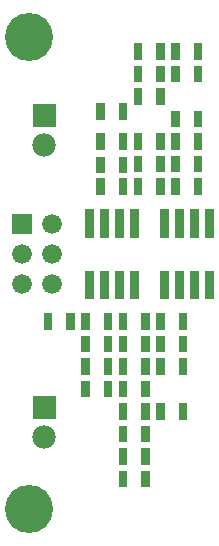
<source format=gbr>
G04 start of page 6 for group -4063 idx -4063 *
G04 Title: (unknown), componentmask *
G04 Creator: pcb 4.2.2 *
G04 CreationDate: Sat Aug  8 01:25:40 2020 UTC *
G04 For: harold *
G04 Format: Gerber/RS-274X *
G04 PCB-Dimensions (mil): 6000.00 5000.00 *
G04 PCB-Coordinate-Origin: lower left *
%MOIN*%
%FSLAX25Y25*%
%LNTOPMASK*%
%ADD44C,0.1600*%
%ADD43C,0.0780*%
%ADD42C,0.0660*%
%ADD41C,0.0001*%
G54D41*G36*
X123600Y352562D02*Y344762D01*
X131400D01*
Y352562D01*
X123600D01*
G37*
G36*
X116700Y315800D02*Y309200D01*
X123300D01*
Y315800D01*
X116700D01*
G37*
G54D42*X130000Y312500D03*
X120000Y302500D03*
X130000D03*
X120000Y292500D03*
X130000D03*
G54D43*X127500Y338819D03*
G54D41*G36*
X123600Y255219D02*Y247419D01*
X131400D01*
Y255219D01*
X123600D01*
G37*
G54D43*X127500Y241476D03*
G54D44*X122500Y375000D03*
Y217520D03*
G54D41*G36*
X144000Y297000D02*X141000D01*
Y287500D01*
X144000D01*
Y297000D01*
G37*
G36*
X149000D02*X146000D01*
Y287500D01*
X149000D01*
Y297000D01*
G37*
G36*
X154000D02*X151000D01*
Y287500D01*
X154000D01*
Y297000D01*
G37*
G36*
X159000D02*X156000D01*
Y287500D01*
X159000D01*
Y297000D01*
G37*
G36*
X169000D02*X166000D01*
Y287500D01*
X169000D01*
Y297000D01*
G37*
G36*
X174000D02*X171000D01*
Y287500D01*
X174000D01*
Y297000D01*
G37*
G36*
X179000D02*X176000D01*
Y287500D01*
X179000D01*
Y297000D01*
G37*
G36*
X184000D02*X181000D01*
Y287500D01*
X184000D01*
Y297000D01*
G37*
G36*
Y317500D02*X181000D01*
Y308000D01*
X184000D01*
Y317500D01*
G37*
G36*
X179000D02*X176000D01*
Y308000D01*
X179000D01*
Y317500D01*
G37*
G36*
X174000D02*X171000D01*
Y308000D01*
X174000D01*
Y317500D01*
G37*
G36*
X169000D02*X166000D01*
Y308000D01*
X169000D01*
Y317500D01*
G37*
G36*
X159000D02*X156000D01*
Y308000D01*
X159000D01*
Y317500D01*
G37*
G36*
X154000D02*X151000D01*
Y308000D01*
X154000D01*
Y317500D01*
G37*
G36*
X149000D02*X146000D01*
Y308000D01*
X149000D01*
Y317500D01*
G37*
G36*
X144000D02*X141000D01*
Y308000D01*
X144000D01*
Y317500D01*
G37*
G36*
X155123Y335007D02*X152363D01*
Y329493D01*
X155123D01*
Y335007D01*
G37*
G36*
Y342757D02*X152363D01*
Y337243D01*
X155123D01*
Y342757D01*
G37*
G36*
Y327757D02*X152363D01*
Y322243D01*
X155123D01*
Y327757D01*
G37*
G36*
X160137Y335257D02*X157377D01*
Y329743D01*
X160137D01*
Y335257D01*
G37*
G36*
Y342757D02*X157377D01*
Y337243D01*
X160137D01*
Y342757D01*
G37*
G36*
X147637Y335007D02*X144877D01*
Y329493D01*
X147637D01*
Y335007D01*
G37*
G36*
Y327757D02*X144877D01*
Y322243D01*
X147637D01*
Y327757D01*
G37*
G36*
Y342757D02*X144877D01*
Y337243D01*
X147637D01*
Y342757D01*
G37*
G36*
X167623Y335257D02*X164863D01*
Y329743D01*
X167623D01*
Y335257D01*
G37*
G36*
X160137Y327757D02*X157377D01*
Y322243D01*
X160137D01*
Y327757D01*
G37*
G36*
X167623D02*X164863D01*
Y322243D01*
X167623D01*
Y327757D01*
G37*
G36*
Y342757D02*X164863D01*
Y337243D01*
X167623D01*
Y342757D01*
G37*
G36*
X147637Y352757D02*X144877D01*
Y347243D01*
X147637D01*
Y352757D01*
G37*
G36*
X155123D02*X152363D01*
Y347243D01*
X155123D01*
Y352757D01*
G37*
G36*
X142637Y260257D02*X139877D01*
Y254743D01*
X142637D01*
Y260257D01*
G37*
G36*
Y275257D02*X139877D01*
Y269743D01*
X142637D01*
Y275257D01*
G37*
G36*
Y267757D02*X139877D01*
Y262243D01*
X142637D01*
Y267757D01*
G37*
G36*
Y282757D02*X139877D01*
Y277243D01*
X142637D01*
Y282757D01*
G37*
G36*
X130137D02*X127377D01*
Y277243D01*
X130137D01*
Y282757D01*
G37*
G36*
X137623D02*X134863D01*
Y277243D01*
X137623D01*
Y282757D01*
G37*
G36*
X150123Y260257D02*X147363D01*
Y254743D01*
X150123D01*
Y260257D01*
G37*
G36*
Y275257D02*X147363D01*
Y269743D01*
X150123D01*
Y275257D01*
G37*
G36*
Y267757D02*X147363D01*
Y262243D01*
X150123D01*
Y267757D01*
G37*
G36*
Y282757D02*X147363D01*
Y277243D01*
X150123D01*
Y282757D01*
G37*
G36*
X155137Y275257D02*X152377D01*
Y269743D01*
X155137D01*
Y275257D01*
G37*
G36*
Y282757D02*X152377D01*
Y277243D01*
X155137D01*
Y282757D01*
G37*
G36*
Y267757D02*X152377D01*
Y262243D01*
X155137D01*
Y267757D01*
G37*
G36*
Y260257D02*X152377D01*
Y254743D01*
X155137D01*
Y260257D01*
G37*
G36*
X172637Y372757D02*X169877D01*
Y367243D01*
X172637D01*
Y372757D01*
G37*
G36*
X180123D02*X177363D01*
Y367243D01*
X180123D01*
Y372757D01*
G37*
G36*
X167623Y357757D02*X164863D01*
Y352243D01*
X167623D01*
Y357757D01*
G37*
G36*
X160137D02*X157377D01*
Y352243D01*
X160137D01*
Y357757D01*
G37*
G36*
X167623Y365257D02*X164863D01*
Y359743D01*
X167623D01*
Y365257D01*
G37*
G36*
X160137D02*X157377D01*
Y359743D01*
X160137D01*
Y365257D01*
G37*
G36*
Y372757D02*X157377D01*
Y367243D01*
X160137D01*
Y372757D01*
G37*
G36*
X167623D02*X164863D01*
Y367243D01*
X167623D01*
Y372757D01*
G37*
G36*
X180123Y335257D02*X177363D01*
Y329743D01*
X180123D01*
Y335257D01*
G37*
G36*
X172637D02*X169877D01*
Y329743D01*
X172637D01*
Y335257D01*
G37*
G36*
Y342757D02*X169877D01*
Y337243D01*
X172637D01*
Y342757D01*
G37*
G36*
X180123D02*X177363D01*
Y337243D01*
X180123D01*
Y342757D01*
G37*
G36*
Y350257D02*X177363D01*
Y344743D01*
X180123D01*
Y350257D01*
G37*
G36*
Y365257D02*X177363D01*
Y359743D01*
X180123D01*
Y365257D01*
G37*
G36*
X172637Y350257D02*X169877D01*
Y344743D01*
X172637D01*
Y350257D01*
G37*
G36*
Y365257D02*X169877D01*
Y359743D01*
X172637D01*
Y365257D01*
G37*
G36*
X180123Y327757D02*X177363D01*
Y322243D01*
X180123D01*
Y327757D01*
G37*
G36*
X172637D02*X169877D01*
Y322243D01*
X172637D01*
Y327757D01*
G37*
G36*
X162623Y275257D02*X159863D01*
Y269743D01*
X162623D01*
Y275257D01*
G37*
G36*
Y282757D02*X159863D01*
Y277243D01*
X162623D01*
Y282757D01*
G37*
G36*
X167637Y275257D02*X164877D01*
Y269743D01*
X167637D01*
Y275257D01*
G37*
G36*
Y267757D02*X164877D01*
Y262243D01*
X167637D01*
Y267757D01*
G37*
G36*
Y282757D02*X164877D01*
Y277243D01*
X167637D01*
Y282757D01*
G37*
G36*
X162623Y267757D02*X159863D01*
Y262243D01*
X162623D01*
Y267757D01*
G37*
G36*
X175123Y275257D02*X172363D01*
Y269743D01*
X175123D01*
Y275257D01*
G37*
G36*
Y267757D02*X172363D01*
Y262243D01*
X175123D01*
Y267757D01*
G37*
G36*
Y282757D02*X172363D01*
Y277243D01*
X175123D01*
Y282757D01*
G37*
G36*
Y252757D02*X172363D01*
Y247243D01*
X175123D01*
Y252757D01*
G37*
G36*
X155137D02*X152377D01*
Y247243D01*
X155137D01*
Y252757D01*
G37*
G36*
X162623D02*X159863D01*
Y247243D01*
X162623D01*
Y252757D01*
G37*
G36*
X167637D02*X164877D01*
Y247243D01*
X167637D01*
Y252757D01*
G37*
G36*
X162623Y237757D02*X159863D01*
Y232243D01*
X162623D01*
Y237757D01*
G37*
G36*
X155137D02*X152377D01*
Y232243D01*
X155137D01*
Y237757D01*
G37*
G36*
X162623Y230257D02*X159863D01*
Y224743D01*
X162623D01*
Y230257D01*
G37*
G36*
X155137D02*X152377D01*
Y224743D01*
X155137D01*
Y230257D01*
G37*
G36*
Y245257D02*X152377D01*
Y239743D01*
X155137D01*
Y245257D01*
G37*
G36*
X162623D02*X159863D01*
Y239743D01*
X162623D01*
Y245257D01*
G37*
G36*
Y260257D02*X159863D01*
Y254743D01*
X162623D01*
Y260257D01*
G37*
M02*

</source>
